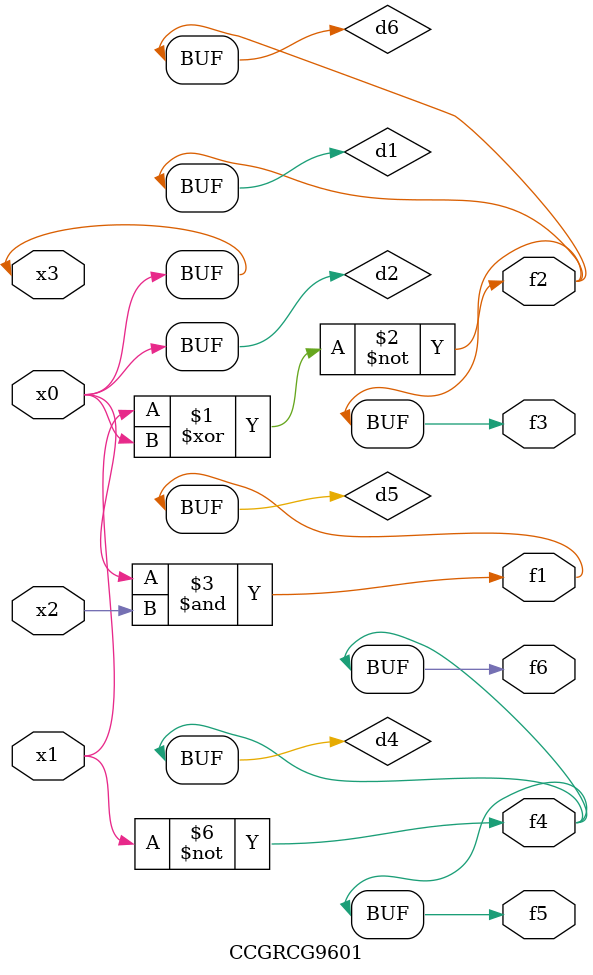
<source format=v>
module CCGRCG9601(
	input x0, x1, x2, x3,
	output f1, f2, f3, f4, f5, f6
);

	wire d1, d2, d3, d4, d5, d6;

	xnor (d1, x1, x3);
	buf (d2, x0, x3);
	nand (d3, x0, x2);
	not (d4, x1);
	nand (d5, d3);
	or (d6, d1);
	assign f1 = d5;
	assign f2 = d6;
	assign f3 = d6;
	assign f4 = d4;
	assign f5 = d4;
	assign f6 = d4;
endmodule

</source>
